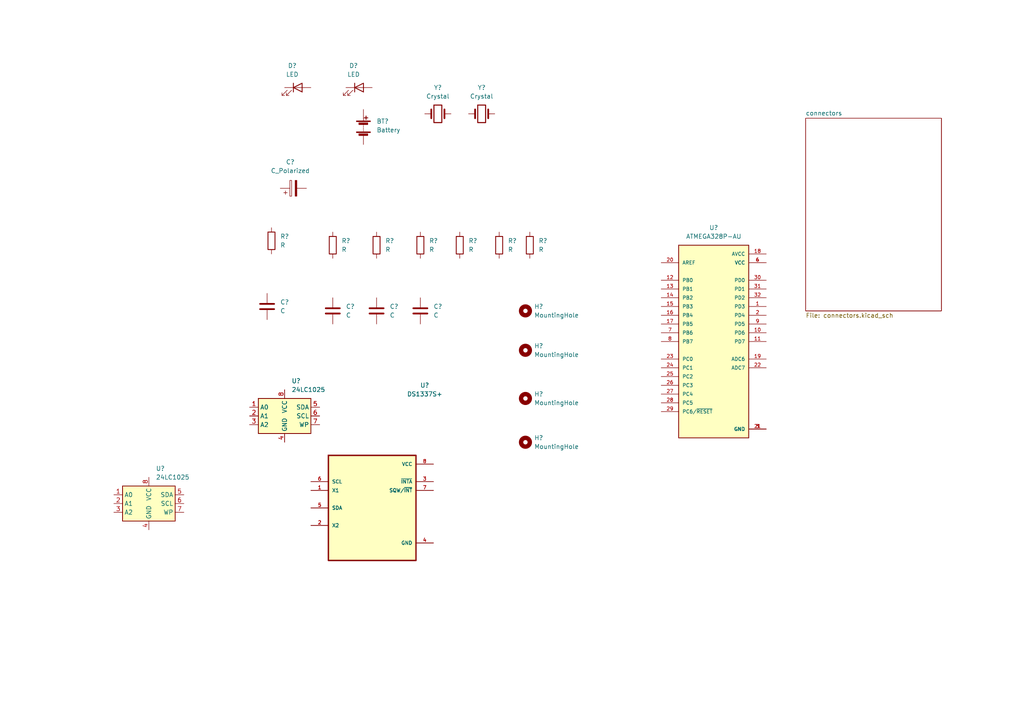
<source format=kicad_sch>
(kicad_sch (version 20211123) (generator eeschema)
  (paper "A4")
  (title_block (title "${project_name}") (date "2022-07-15") (rev "1"))
  (lib_symbols
    (symbol "ATMEGA328P-AU:ATMEGA328P-AU" (pin_names (offset 1.016))
      (property "Reference" "U" (at -10.1854 29.2608 0))
      (property "Value" "ATMEGA328P-AU" (at -10.16 -31.7754 0))
      (symbol "ATMEGA328P-AU_0_0"
        (rectangle (start -10.16 -27.94) (end 10.16 27.94) (stroke (width 0.254)) (fill (type background)))
        (pin bidirectional line (at 15.24 10.16 180) (length 5.08) (name "PD3") (number "1"))
        (pin bidirectional line (at 15.24 2.54 180) (length 5.08) (name "PD6") (number "10"))
        (pin bidirectional line (at 15.24 0 180) (length 5.08) (name "PD7") (number "11"))
        (pin bidirectional line (at -15.24 17.78 0) (length 5.08) (name "PB0") (number "12"))
        (pin bidirectional line (at -15.24 15.24 0) (length 5.08) (name "PB1") (number "13"))
        (pin bidirectional line (at -15.24 12.7 0) (length 5.08) (name "PB2") (number "14"))
        (pin bidirectional line (at -15.24 10.16 0) (length 5.08) (name "PB3") (number "15"))
        (pin bidirectional line (at -15.24 7.62 0) (length 5.08) (name "PB4") (number "16"))
        (pin bidirectional line (at -15.24 5.08 0) (length 5.08) (name "PB5") (number "17"))
        (pin power_in line (at 15.24 25.4 180) (length 5.08) (name "AVCC") (number "18"))
        (pin bidirectional line (at 15.24 -5.08 180) (length 5.08) (name "ADC6") (number "19"))
        (pin bidirectional line (at 15.24 7.62 180) (length 5.08) (name "PD4") (number "2"))
        (pin input line (at -15.24 22.86 0) (length 5.08) (name "AREF") (number "20"))
        (pin power_in line (at 15.24 -25.4 180) (length 5.08) (name "GND") (number "21"))
        (pin bidirectional line (at 15.24 -7.62 180) (length 5.08) (name "ADC7") (number "22"))
        (pin bidirectional line (at -15.24 -5.08 0) (length 5.08) (name "PC0") (number "23"))
        (pin bidirectional line (at -15.24 -7.62 0) (length 5.08) (name "PC1") (number "24"))
        (pin bidirectional line (at -15.24 -10.16 0) (length 5.08) (name "PC2") (number "25"))
        (pin bidirectional line (at -15.24 -12.7 0) (length 5.08) (name "PC3") (number "26"))
        (pin bidirectional line (at -15.24 -15.24 0) (length 5.08) (name "PC4") (number "27"))
        (pin bidirectional line (at -15.24 -17.78 0) (length 5.08) (name "PC5") (number "28"))
        (pin bidirectional line (at -15.24 -20.32 0) (length 5.08) (name "PC6/~{RESET}") (number "29"))
        (pin power_in line (at 15.24 -25.4 180) (length 5.08) (name "GND") (number "3"))
        (pin bidirectional line (at 15.24 17.78 180) (length 5.08) (name "PD0") (number "30"))
        (pin bidirectional line (at 15.24 15.24 180) (length 5.08) (name "PD1") (number "31"))
        (pin bidirectional line (at 15.24 12.7 180) (length 5.08) (name "PD2") (number "32"))
        (pin power_in line (at 15.24 22.86 180) (length 5.08) (name "VCC") (number "4"))
        (pin power_in line (at 15.24 -25.4 180) (length 5.08) (name "GND") (number "5"))
        (pin power_in line (at 15.24 22.86 180) (length 5.08) (name "VCC") (number "6"))
        (pin bidirectional line (at -15.24 2.54 0) (length 5.08) (name "PB6") (number "7"))
        (pin bidirectional line (at -15.24 0 0) (length 5.08) (name "PB7") (number "8"))
        (pin bidirectional line (at 15.24 5.08 180) (length 5.08) (name "PD5") (number "9"))
      )
    )
    (symbol "DS1337S_:DS1337S+" (pin_names (offset 1.016))
      (property "Reference" "U" (at -12.7 16.2306 0))
      (property "Value" "DS1337S+" (at -12.7 -19.2278 0))
      (symbol "DS1337S+_0_0"
        (rectangle (start -12.7 -15.24) (end 12.7 15.24) (stroke (width 0.4064)) (fill (type background)))
        (pin input line (at -17.78 5.08 0) (length 5.08) (name "X1") (number "1"))
        (pin bidirectional line (at -17.78 -5.08 0) (length 5.08) (name "X2") (number "2"))
        (pin output line (at 17.78 7.62 180) (length 5.08) (name "~{INTA}") (number "3"))
        (pin power_in line (at 17.78 -10.16 180) (length 5.08) (name "GND") (number "4"))
        (pin bidirectional line (at -17.78 0 0) (length 5.08) (name "SDA") (number "5"))
        (pin input line (at -17.78 7.62 0) (length 5.08) (name "SCL") (number "6"))
        (pin output line (at 17.78 5.08 180) (length 5.08) (name "SQW/~{INT}") (number "7"))
        (pin power_in line (at 17.78 12.7 180) (length 5.08) (name "VCC") (number "8"))
      )
    )
    (symbol "Device:Battery" (pin_numbers hide) (pin_names (offset 0) hide)
      (property "Reference" "BT" (at 2.54 2.54 0))
      (property "Value" "Battery" (at 2.54 0 0))
      (symbol "Battery_0_1"
        (rectangle (start -2.032 -1.397) (end 2.032 -1.651) (fill (type outline)))
        (rectangle (start -2.032 1.778) (end 2.032 1.524) (fill (type outline)))
        (rectangle (start -1.3208 -1.9812) (end 1.27 -2.4892) (fill (type outline)))
        (rectangle (start -1.3208 1.1938) (end 1.27 0.6858) (fill (type outline)))
        (polyline (pts (xy 0 -1.524) (xy 0 -1.27)))
        (polyline (pts (xy 0 -1.016) (xy 0 -0.762)))
        (polyline (pts (xy 0 -0.508) (xy 0 -0.254)))
        (polyline (pts (xy 0 0) (xy 0 0.254)))
        (polyline (pts (xy 0 0.508) (xy 0 0.762)))
        (polyline (pts (xy 0 1.778) (xy 0 2.54)))
        (polyline (pts (xy 0.254 2.667) (xy 1.27 2.667)) (stroke (width 0.254)))
        (polyline (pts (xy 0.762 3.175) (xy 0.762 2.159)) (stroke (width 0.254)))
      )
      (symbol "Battery_1_1"
        (pin passive line (at 0 5.08 270) (length 2.54) (name "+") (number "1"))
        (pin passive line (at 0 -5.08 90) (length 2.54) (name "-") (number "2"))
      )
    )
    (symbol "Device:C" (pin_numbers hide) (pin_names (offset 0.254))
      (property "Reference" "C" (at 0.635 2.54 0))
      (property "Value" "C" (at 0.635 -2.54 0))
      (symbol "C_0_1"
        (polyline (pts (xy -2.032 -0.762) (xy 2.032 -0.762)) (stroke (width 0.508)))
        (polyline (pts (xy -2.032 0.762) (xy 2.032 0.762)) (stroke (width 0.508)))
      )
      (symbol "C_1_1"
        (pin passive line (at 0 3.81 270) (length 2.794) (name "~") (number "1"))
        (pin passive line (at 0 -3.81 90) (length 2.794) (name "~") (number "2"))
      )
    )
    (symbol "Device:C_Polarized" (pin_numbers hide) (pin_names (offset 0.254))
      (property "Reference" "C" (at 0.635 2.54 0))
      (property "Value" "C_Polarized" (at 0.635 -2.54 0))
      (symbol "C_Polarized_0_1"
        (rectangle (start -2.286 0.508) (end 2.286 1.016))
        (polyline (pts (xy -1.778 2.286) (xy -0.762 2.286)))
        (polyline (pts (xy -1.27 2.794) (xy -1.27 1.778)))
        (rectangle (start 2.286 -0.508) (end -2.286 -1.016) (fill (type outline)))
      )
      (symbol "C_Polarized_1_1"
        (pin passive line (at 0 3.81 270) (length 2.794) (name "~") (number "1"))
        (pin passive line (at 0 -3.81 90) (length 2.794) (name "~") (number "2"))
      )
    )
    (symbol "Device:Crystal" (pin_numbers hide) (pin_names (offset 1.016) hide)
      (property "Reference" "Y" (at 0 3.81 0))
      (property "Value" "Crystal" (at 0 -3.81 0))
      (symbol "Crystal_0_1"
        (rectangle (start -1.143 2.54) (end 1.143 -2.54) (stroke (width 0.3048)))
        (polyline (pts (xy -2.54 0) (xy -1.905 0)))
        (polyline (pts (xy -1.905 -1.27) (xy -1.905 1.27)) (stroke (width 0.508)))
        (polyline (pts (xy 1.905 -1.27) (xy 1.905 1.27)) (stroke (width 0.508)))
        (polyline (pts (xy 2.54 0) (xy 1.905 0)))
      )
      (symbol "Crystal_1_1"
        (pin passive line (at -3.81 0 0) (length 1.27) (name "1") (number "1"))
        (pin passive line (at 3.81 0 180) (length 1.27) (name "2") (number "2"))
      )
    )
    (symbol "Device:LED" (pin_numbers hide) (pin_names (offset 1.016) hide)
      (property "Reference" "D" (at 0 2.54 0))
      (property "Value" "LED" (at 0 -2.54 0))
      (symbol "LED_0_1"
        (polyline (pts (xy -1.27 -1.27) (xy -1.27 1.27)) (stroke (width 0.254)))
        (polyline (pts (xy -1.27 0) (xy 1.27 0)))
        (polyline (pts (xy 1.27 -1.27) (xy 1.27 1.27) (xy -1.27 0) (xy 1.27 -1.27)) (stroke (width 0.254)))
        (polyline (pts (xy -3.048 -0.762) (xy -4.572 -2.286) (xy -3.81 -2.286) (xy -4.572 -2.286) (xy -4.572 -1.524)))
        (polyline (pts (xy -1.778 -0.762) (xy -3.302 -2.286) (xy -2.54 -2.286) (xy -3.302 -2.286) (xy -3.302 -1.524)))
      )
      (symbol "LED_1_1"
        (pin passive line (at -3.81 0 0) (length 2.54) (name "K") (number "1"))
        (pin passive line (at 3.81 0 180) (length 2.54) (name "A") (number "2"))
      )
    )
    (symbol "Device:R" (pin_numbers hide) (pin_names (offset 0))
      (property "Reference" "R" (at 2.032 0 90))
      (property "Value" "R" (at 0 0 90))
      (symbol "R_0_1"
        (rectangle (start -1.016 -2.54) (end 1.016 2.54) (stroke (width 0.254)))
      )
      (symbol "R_1_1"
        (pin passive line (at 0 3.81 270) (length 1.27) (name "~") (number "1"))
        (pin passive line (at 0 -3.81 90) (length 1.27) (name "~") (number "2"))
      )
    )
    (symbol "Mechanical:MountingHole" (pin_names (offset 1.016))
      (property "Reference" "H" (at 0 5.08 0))
      (property "Value" "MountingHole" (at 0 3.175 0))
      (symbol "MountingHole_0_1"
        (circle (center 0 0) (radius 1.27) (stroke (width 1.27)))
      )
    )
    (symbol "Memory_EEPROM:24LC1025"
      (property "Reference" "U" (at -6.35 6.35 0))
      (property "Value" "24LC1025" (at 1.27 6.35 0))
      (symbol "24LC1025_1_1"
        (rectangle (start -7.62 5.08) (end 7.62 -5.08) (stroke (width 0.254)) (fill (type background)))
        (pin input line (at -10.16 2.54 0) (length 2.54) (name "A0") (number "1"))
        (pin input line (at -10.16 0 0) (length 2.54) (name "A1") (number "2"))
        (pin input line (at -10.16 -2.54 0) (length 2.54) (name "A2") (number "3"))
        (pin power_in line (at 0 -7.62 90) (length 2.54) (name "GND") (number "4"))
        (pin bidirectional line (at 10.16 2.54 180) (length 2.54) (name "SDA") (number "5"))
        (pin input line (at 10.16 0 180) (length 2.54) (name "SCL") (number "6"))
        (pin input line (at 10.16 -2.54 180) (length 2.54) (name "WP") (number "7"))
        (pin power_in line (at 0 7.62 270) (length 2.54) (name "VCC") (number "8"))
      )
    )
  )
  (symbol (lib_id "Device:C") (at 121.92 90.17 0) (unit 1)
    (property "Reference" "C?" (at 125.73 88.8999 0) (effects (justify left)))
    (property "Value" "C" (at 125.73 91.4399 0) (effects (justify left)))
  )
  (symbol (lib_id "Mechanical:MountingHole") (at 152.4 101.6 0) (unit 1)
    (property "Reference" "H?" (at 154.94 100.3299 0) (effects (justify left)))
    (property "Value" "MountingHole" (at 154.94 102.8699 0) (effects (justify left)))
  )
  (symbol (lib_id "Device:R") (at 109.22 71.12 0) (unit 1)
    (property "Reference" "R?" (at 111.76 69.8499 0) (effects (justify left)))
    (property "Value" "R" (at 111.76 72.3899 0) (effects (justify left)))
  )
  (symbol (lib_id "Mechanical:MountingHole") (at 152.4 115.57 0) (unit 1)
    (property "Reference" "H?" (at 154.94 114.2999 0) (effects (justify left)))
    (property "Value" "MountingHole" (at 154.94 116.8399 0) (effects (justify left)))
  )
  (symbol (lib_id "DS1337S_:DS1337S+") (at 107.95 147.32 0) (unit 1)
    (property "Reference" "U?" (at 123.19 111.76 0))
    (property "Value" "DS1337S+" (at 123.19 114.3 0))
    (property "Footprint" "SOIC127P600X175-8N" (effects hide))
  )
  (symbol (lib_id "Device:C") (at 109.22 90.17 0) (unit 1)
    (property "Reference" "C?" (at 113.03 88.8999 0) (effects (justify left)))
    (property "Value" "C" (at 113.03 91.4399 0) (effects (justify left)))
  )
  (symbol (lib_id "Device:C_Polarized") (at 85.09 54.61 90) (unit 1)
    (property "Reference" "C?" (at 84.201 46.99 90))
    (property "Value" "C_Polarized" (at 84.201 49.53 90))
  )
  (symbol (lib_id "Device:R") (at 121.92 71.12 0) (unit 1)
    (property "Reference" "R?" (at 124.46 69.8499 0) (effects (justify left)))
    (property "Value" "R" (at 124.46 72.3899 0) (effects (justify left)))
  )
  (symbol (lib_id "Memory_EEPROM:24LC1025") (at 82.55 120.65 0) (unit 1)
    (property "Reference" "U?" (at 84.5694 110.49 0) (effects (justify left)))
    (property "Value" "24LC1025" (at 84.5694 113.03 0) (effects (justify left)))
    (property "Datasheet" "http://ww1.microchip.com/downloads/en/DeviceDoc/21941B.pdf" (effects hide))
  )
  (symbol (lib_id "Device:Battery") (at 105.41 36.83 0) (unit 1)
    (property "Reference" "BT?" (at 109.22 35.1789 0) (effects (justify left)))
    (property "Value" "Battery" (at 109.22 37.7189 0) (effects (justify left)))
  )
  (symbol (lib_id "Device:R") (at 133.35 71.12 0) (unit 1)
    (property "Reference" "R?" (at 135.89 69.8499 0) (effects (justify left)))
    (property "Value" "R" (at 135.89 72.3899 0) (effects (justify left)))
  )
  (symbol (lib_id "Device:C") (at 96.52 90.17 0) (unit 1)
    (property "Reference" "C?" (at 100.33 88.8999 0) (effects (justify left)))
    (property "Value" "C" (at 100.33 91.4399 0) (effects (justify left)))
  )
  (symbol (lib_id "Mechanical:MountingHole") (at 152.4 128.27 0) (unit 1)
    (property "Reference" "H?" (at 154.94 126.9999 0) (effects (justify left)))
    (property "Value" "MountingHole" (at 154.94 129.5399 0) (effects (justify left)))
  )
  (symbol (lib_id "Device:Crystal") (at 127 33.02 0) (unit 1)
    (property "Reference" "Y?" (at 127 25.4 0))
    (property "Value" "Crystal" (at 127 27.94 0))
  )
  (symbol (lib_id "Device:LED") (at 104.14 25.4 0) (unit 1)
    (property "Reference" "D?" (at 102.5525 19.05 0))
    (property "Value" "LED" (at 102.5525 21.59 0))
  )
  (symbol (lib_id "Device:R") (at 153.67 71.12 0) (unit 1)
    (property "Reference" "R?" (at 156.21 69.8499 0) (effects (justify left)))
    (property "Value" "R" (at 156.21 72.3899 0) (effects (justify left)))
  )
  (symbol (lib_id "ATMEGA328P-AU:ATMEGA328P-AU") (at 207.01 99.06 0) (unit 1)
    (property "Reference" "U?" (at 207.01 66.04 0))
    (property "Value" "ATMEGA328P-AU" (at 207.01 68.58 0))
    (property "Footprint" "QFP80P900X900X120-32N" (effects hide))
    (property "MANUFACTURER" "Atmel" (effects hide))
  )
  (symbol (lib_id "Device:R") (at 144.78 71.12 0) (unit 1)
    (property "Reference" "R?" (at 147.32 69.8499 0) (effects (justify left)))
    (property "Value" "R" (at 147.32 72.3899 0) (effects (justify left)))
  )
  (symbol (lib_id "Device:R") (at 78.74 69.85 0) (unit 1)
    (property "Reference" "R?" (at 81.28 68.5799 0) (effects (justify left)))
    (property "Value" "R" (at 81.28 71.1199 0) (effects (justify left)))
  )
  (symbol (lib_id "Device:LED") (at 86.36 25.4 0) (unit 1)
    (property "Reference" "D?" (at 84.7725 19.05 0))
    (property "Value" "LED" (at 84.7725 21.59 0))
  )
  (symbol (lib_id "Device:R") (at 96.52 71.12 0) (unit 1)
    (property "Reference" "R?" (at 99.06 69.8499 0) (effects (justify left)))
    (property "Value" "R" (at 99.06 72.3899 0) (effects (justify left)))
  )
  (symbol (lib_id "Device:Crystal") (at 139.7 33.02 0) (unit 1)
    (property "Reference" "Y?" (at 139.7 25.4 0))
    (property "Value" "Crystal" (at 139.7 27.94 0))
  )
  (symbol (lib_id "Mechanical:MountingHole") (at 152.4 90.17 0) (unit 1)
    (property "Reference" "H?" (at 154.94 88.8999 0) (effects (justify left)))
    (property "Value" "MountingHole" (at 154.94 91.4399 0) (effects (justify left)))
  )
  (symbol (lib_id "Device:C") (at 77.47 88.9 0) (unit 1)
    (property "Reference" "C?" (at 81.28 87.6299 0) (effects (justify left)))
    (property "Value" "C" (at 81.28 90.1699 0) (effects (justify left)))
  )
  (symbol (lib_id "Memory_EEPROM:24LC1025") (at 43.18 146.05 0) (unit 1)
    (property "Reference" "U?" (at 45.1994 135.89 0) (effects (justify left)))
    (property "Value" "24LC1025" (at 45.1994 138.43 0) (effects (justify left)))
    (property "Datasheet" "http://ww1.microchip.com/downloads/en/DeviceDoc/21941B.pdf" (effects hide))
  )
  (sheet (at 233.68 34.29) (size 39.37 55.88) (stroke (width 0.1524))
    (property "Sheet name" "connectors" (at 233.68 33.5784 0) (effects (justify left bottom)))
    (property "Sheet file" "connectors.kicad_sch" (at 233.68 90.7546 0) (effects (justify left top)))
  )
)
</source>
